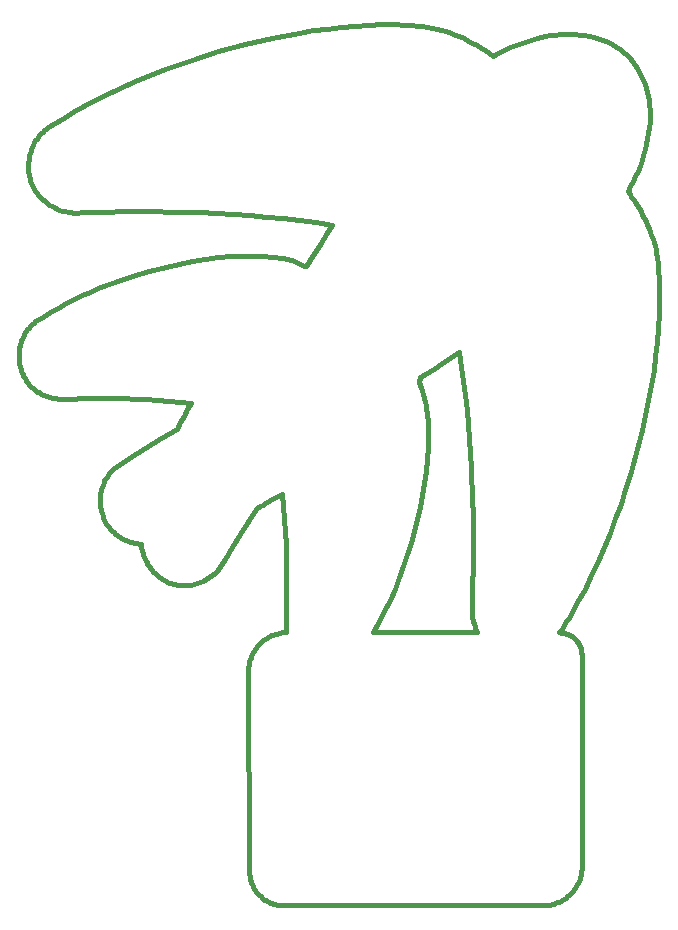
<source format=gm1>
G04 #@! TF.GenerationSoftware,KiCad,Pcbnew,(6.0.10-0)*
G04 #@! TF.CreationDate,2023-09-18T23:16:48+02:00*
G04 #@! TF.ProjectId,SwiftLeeds,53776966-744c-4656-9564-732e6b696361,rev?*
G04 #@! TF.SameCoordinates,Original*
G04 #@! TF.FileFunction,Profile,NP*
%FSLAX46Y46*%
G04 Gerber Fmt 4.6, Leading zero omitted, Abs format (unit mm)*
G04 Created by KiCad (PCBNEW (6.0.10-0)) date 2023-09-18 23:16:48*
%MOMM*%
%LPD*%
G01*
G04 APERTURE LIST*
G04 #@! TA.AperFunction,Profile*
%ADD10C,0.400165*%
G04 #@! TD*
G04 APERTURE END LIST*
D10*
X139025833Y-57456130D02*
X140416877Y-57669523D01*
X165356790Y-43277213D02*
X165087211Y-43035340D01*
X166050840Y-55716400D02*
X165979485Y-55605150D01*
X139980064Y-41056434D02*
X138814507Y-41213060D01*
X121928841Y-83708089D02*
X122048591Y-83814676D01*
X127088322Y-88104936D02*
X127249453Y-88138693D01*
X138086614Y-61157600D02*
X138079572Y-61154418D01*
X135430964Y-92368470D02*
X135284387Y-92427243D01*
X116571146Y-65048161D02*
X115928391Y-65439717D01*
X148127521Y-72013209D02*
X148214290Y-72320184D01*
X125400878Y-87151287D02*
X125520131Y-87264021D01*
X158066621Y-41790629D02*
X157801152Y-41852700D01*
X148107609Y-70419161D02*
X148061502Y-70448852D01*
X166050840Y-55716400D02*
X166050840Y-55716400D01*
X133396301Y-112374593D02*
X133400798Y-112524898D01*
X126620579Y-87957035D02*
X126773703Y-88013861D01*
X115014279Y-54291517D02*
X115098381Y-54468076D01*
X144671642Y-40702036D02*
X144671642Y-40702036D01*
X167259471Y-49408512D02*
X167296877Y-48931254D01*
X124305216Y-85162155D02*
X124342420Y-85322199D01*
X136542034Y-92166330D02*
X136375612Y-92171352D01*
X150059542Y-41278794D02*
X149669225Y-41161623D01*
X150445211Y-41410869D02*
X150059542Y-41278794D01*
X161528279Y-112412175D02*
X161548557Y-112246829D01*
X161548557Y-112246829D02*
X161560717Y-112080075D01*
X134259672Y-114440036D02*
X134361340Y-114536762D01*
X136049658Y-92206070D02*
X135890530Y-92235357D01*
X136551690Y-86705511D02*
X136557509Y-87477871D01*
X118755893Y-56636493D02*
X118755893Y-56636493D01*
X114694519Y-52966230D02*
X114711817Y-53161757D01*
X160999364Y-113791004D02*
X161087549Y-113650853D01*
X158358215Y-115294877D02*
X158524518Y-115282484D01*
X138476434Y-60742780D02*
X138422462Y-60821113D01*
X114164445Y-67304005D02*
X114107539Y-67448604D01*
X133386316Y-94770952D02*
X133358631Y-94930786D01*
X158470796Y-41708189D02*
X158066621Y-41790629D01*
X160447807Y-90921254D02*
X161188806Y-89614587D01*
X167916353Y-60380679D02*
X167863823Y-60067845D01*
X147868310Y-71257256D02*
X147870063Y-71270463D01*
X134090532Y-60284358D02*
X133531605Y-60272946D01*
X133400798Y-112524898D02*
X133412750Y-112673231D01*
X134162695Y-114338585D02*
X134259672Y-114440036D01*
X135734237Y-92272322D02*
X135580981Y-92316762D01*
X117223470Y-64673483D02*
X116571146Y-65048161D01*
X159013828Y-115196938D02*
X159172808Y-115152684D01*
X138280487Y-61009257D02*
X138252789Y-61041620D01*
X135059552Y-115007607D02*
X135188902Y-115066117D01*
X117307345Y-72391428D02*
X117437561Y-72395951D01*
X121132377Y-82642551D02*
X121218803Y-82812302D01*
X124681583Y-72430721D02*
X125634933Y-72486497D01*
X120837534Y-81736629D02*
X120878169Y-81923742D01*
X114614966Y-71001781D02*
X114696570Y-71102900D01*
X114687749Y-52573319D02*
X114686517Y-52769924D01*
X129527169Y-87798774D02*
X129779359Y-87660972D01*
X166697796Y-56803494D02*
X166545538Y-56525990D01*
X128174285Y-73278525D02*
X127863974Y-73822466D01*
X158852602Y-115233399D02*
X159013828Y-115196938D01*
X152240530Y-90384741D02*
X152235113Y-90065482D01*
X146783632Y-85569968D02*
X146451127Y-86545956D01*
X113871002Y-68666368D02*
X113869473Y-68822158D01*
X148028927Y-71709305D02*
X148127521Y-72013209D01*
X122772997Y-72359002D02*
X123727530Y-72388316D01*
X116166114Y-72144148D02*
X116288363Y-72189217D01*
X121928841Y-83708089D02*
X121928841Y-83708089D01*
X146370911Y-40719647D02*
X145946228Y-40707188D01*
X160330497Y-114531963D02*
X160456781Y-114422765D01*
X124495578Y-85790677D02*
X124559872Y-85942130D01*
X160540663Y-41525033D02*
X160123741Y-41528586D01*
X148519619Y-74208723D02*
X148540128Y-74528289D01*
X160560392Y-92420660D02*
X160479590Y-92378363D01*
X113878871Y-68510741D02*
X113871002Y-68666368D01*
X145704798Y-88463865D02*
X145291217Y-89403891D01*
X121820071Y-78390731D02*
X121684759Y-78527954D01*
X161502157Y-93703807D02*
X161481214Y-93612557D01*
X152251281Y-89426393D02*
X152281435Y-88786977D01*
X152487219Y-91660022D02*
X152426326Y-91476106D01*
X124880559Y-61582697D02*
X123438426Y-62012849D01*
X151537282Y-70888700D02*
X151373707Y-69678323D01*
X133577884Y-113378891D02*
X133630697Y-113511537D01*
X162990339Y-41909708D02*
X162593609Y-41793454D01*
X135208282Y-60356178D02*
X135208282Y-60356178D01*
X131335222Y-86001096D02*
X131335222Y-86001096D01*
X121684759Y-78527954D02*
X121558785Y-78672375D01*
X137631213Y-57269689D02*
X139025833Y-57456130D01*
X154992183Y-42878583D02*
X154502681Y-43118105D01*
X135208282Y-60356178D02*
X134649475Y-60311824D01*
X164495210Y-42608685D02*
X164133450Y-42397323D01*
X114394317Y-70679332D02*
X114463687Y-70789933D01*
X167023095Y-50824440D02*
X167121460Y-50355485D01*
X127427701Y-60968481D02*
X126335797Y-61206077D01*
X121218803Y-82812302D02*
X121314361Y-82977056D01*
X120407287Y-56563797D02*
X120682859Y-56556557D01*
X124707227Y-86236498D02*
X124789924Y-86378922D01*
X138120919Y-61154421D02*
X138111482Y-61157478D01*
X135880232Y-115262089D02*
X136026124Y-115280684D01*
X148540128Y-74528289D02*
X148560413Y-75168681D01*
X147868869Y-71249245D02*
X147868310Y-71257256D01*
X113869473Y-68822158D02*
X113874330Y-68977842D01*
X158879670Y-41640003D02*
X158470796Y-41708189D01*
X152220989Y-79180434D02*
X152177370Y-78223649D01*
X134833275Y-56970121D02*
X136233525Y-57108315D01*
X114056600Y-67595526D02*
X114011674Y-67744503D01*
X151202115Y-41716419D02*
X150826109Y-41557020D01*
X164406027Y-82522404D02*
X164845954Y-81300056D01*
X152654794Y-42469926D02*
X152299569Y-42265820D01*
X121202798Y-46657947D02*
X119965458Y-47291121D01*
X148340870Y-78508510D02*
X148201790Y-79535252D01*
X162190826Y-41699072D02*
X161783065Y-41625802D01*
X161795242Y-88465054D02*
X162373194Y-87301536D01*
X161463826Y-112737527D02*
X161499997Y-112575834D01*
X152327490Y-86636119D02*
X152340895Y-85103123D01*
X148201790Y-79535252D02*
X148034714Y-80557586D01*
X114885568Y-51414429D02*
X114830238Y-51602697D01*
X159482918Y-115041261D02*
X159633494Y-114974322D01*
X157015032Y-42073950D02*
X156499414Y-42248244D01*
X152248059Y-90544270D02*
X152240530Y-90384741D01*
X136355158Y-60504135D02*
X136178236Y-60472160D01*
X147797927Y-70987289D02*
X147801132Y-71035157D01*
X123609471Y-84575885D02*
X123765376Y-84609009D01*
X125643877Y-87371527D02*
X125771933Y-87473560D01*
X124252675Y-84837716D02*
X124275240Y-85000578D01*
X114463687Y-70789933D02*
X114537287Y-70897437D01*
X121068671Y-79484689D02*
X120998540Y-79661635D01*
X166773237Y-51751387D02*
X166906647Y-51289868D01*
X117567902Y-72395648D02*
X117567902Y-72395648D01*
X159666002Y-92184186D02*
X159666002Y-92184186D01*
X151573109Y-41888238D02*
X151202115Y-41716419D01*
X149274381Y-41060186D02*
X148875131Y-40975310D01*
X161269138Y-93105361D02*
X161220468Y-93028640D01*
X161560717Y-112080075D02*
X161564645Y-111912191D01*
X113927683Y-69441547D02*
X113958550Y-69594100D01*
X161314195Y-93184510D02*
X161269138Y-93105361D01*
X130622222Y-56675773D02*
X132027116Y-56755736D01*
X161053925Y-92814206D02*
X160991952Y-92748362D01*
X161540536Y-94083707D02*
X161537981Y-93986732D01*
X120783822Y-81357069D02*
X120806082Y-81547569D01*
X125095497Y-56517442D02*
X127159954Y-56547671D01*
X114746224Y-51986536D02*
X114717665Y-52181143D01*
X115409685Y-54967996D02*
X115409685Y-54967996D01*
X135471718Y-80833564D02*
X136164474Y-80432138D01*
X114870948Y-71295210D02*
X114963418Y-71386272D01*
X113885619Y-69133148D02*
X113903388Y-69287806D01*
X148214290Y-72320184D02*
X148289825Y-72629913D01*
X120958599Y-56553539D02*
X123027140Y-56519740D01*
X136233525Y-57108315D02*
X137631213Y-57269689D01*
X137897087Y-61053673D02*
X137719270Y-60962407D01*
X127723505Y-88191895D02*
X127868250Y-88196062D01*
X136164474Y-80432138D02*
X136270759Y-81491294D01*
X145521335Y-40700984D02*
X144671642Y-40702036D01*
X124079806Y-84657923D02*
X124237704Y-84673814D01*
X166994385Y-46064034D02*
X166882261Y-45716594D01*
X163444821Y-84935502D02*
X163939080Y-83734466D01*
X114213107Y-70329593D02*
X114213107Y-70329593D01*
X133338829Y-95093179D02*
X133327111Y-95257929D01*
X147917920Y-71408792D02*
X148028927Y-71709305D01*
X138476434Y-60742780D02*
X138476434Y-60742780D01*
X167459165Y-58540193D02*
X167351774Y-58242822D01*
X117329670Y-56385575D02*
X117560243Y-56460249D01*
X154019483Y-43369127D02*
X153686985Y-43133567D01*
X134867321Y-92643901D02*
X134736526Y-92728885D01*
X151373707Y-69678323D02*
X151194658Y-68474841D01*
X151938967Y-42071647D02*
X151573109Y-41888238D01*
X115260126Y-71638318D02*
X115364955Y-71715073D01*
X147875014Y-71290543D02*
X147884049Y-71319173D01*
X115295727Y-65848443D02*
X115170860Y-65944080D01*
X152347767Y-91192248D02*
X152325494Y-91095852D01*
X115292969Y-50528893D02*
X115194262Y-50696952D01*
X134724935Y-81262127D02*
X134775876Y-81229608D01*
X126929678Y-88063244D02*
X127088322Y-88104936D01*
X167200625Y-49883382D02*
X167259471Y-49408512D01*
X119232604Y-63647807D02*
X118554723Y-63973597D01*
X135340895Y-41833777D02*
X133047771Y-42365522D01*
X124237704Y-84673814D02*
X124237704Y-84673814D01*
X123727530Y-72388316D02*
X124681583Y-72430721D01*
X126587358Y-72555925D02*
X127538635Y-72639287D01*
X115022565Y-51047607D02*
X114949698Y-51229238D01*
X116461908Y-55961366D02*
X116669108Y-56085891D01*
X120878169Y-81923742D02*
X120927980Y-82108398D01*
X133323676Y-95424825D02*
X133396301Y-112374593D01*
X115104107Y-50870018D02*
X115022565Y-51047607D01*
X117103770Y-56298173D02*
X117329670Y-56385575D01*
X165608784Y-43536291D02*
X165356790Y-43277213D01*
X138308734Y-60974481D02*
X138280487Y-61009257D01*
X130865598Y-86724778D02*
X131039669Y-86495060D01*
X165458406Y-54840674D02*
X165679223Y-54417153D01*
X114949698Y-51229238D02*
X114885568Y-51414429D01*
X133514646Y-94308861D02*
X133464525Y-94459785D01*
X162593609Y-41793454D02*
X162190826Y-41699072D01*
X161188806Y-89614587D02*
X161188806Y-89614587D01*
X140416877Y-57669523D02*
X139926614Y-58434598D01*
X152325494Y-91095852D02*
X152305390Y-90998713D01*
X137545210Y-60880042D02*
X137373990Y-60805999D01*
X116071669Y-55676433D02*
X116262501Y-55824821D01*
X120039097Y-72338614D02*
X120451131Y-72334314D01*
X135616988Y-60396105D02*
X135208282Y-60356178D01*
X147875547Y-71239609D02*
X147873374Y-71242098D01*
X134371650Y-93019262D02*
X134259867Y-93127180D01*
X168130527Y-63975307D02*
X168111522Y-62774875D01*
X122610571Y-77819701D02*
X121964728Y-78261217D01*
X159762691Y-92187778D02*
X159666002Y-92184186D01*
X136868240Y-60628023D02*
X136699246Y-60581488D01*
X134775876Y-81229608D02*
X135471718Y-80833564D01*
X161309125Y-113208039D02*
X161368275Y-113053908D01*
X125286301Y-87033574D02*
X125400878Y-87151287D01*
X168083302Y-62175245D02*
X168041780Y-61576226D01*
X161426521Y-93435346D02*
X161393002Y-93349620D01*
X152426326Y-91476106D02*
X152398309Y-91382463D01*
X147899153Y-70592809D02*
X147882770Y-70615569D01*
X126470489Y-87893012D02*
X126620579Y-87957035D01*
X114875201Y-53926411D02*
X114939906Y-54110801D01*
X143890270Y-92136892D02*
X143890270Y-92136892D01*
X114040189Y-69894562D02*
X114091054Y-70041931D01*
X134153342Y-93240320D02*
X134052276Y-93358478D01*
X119965458Y-47291121D02*
X118748186Y-47961610D01*
X153686985Y-43133567D02*
X153348623Y-42904628D01*
X155488079Y-42652483D02*
X154992183Y-42878583D01*
X116262501Y-55824821D02*
X116461908Y-55961366D01*
X137373990Y-60805999D02*
X137204698Y-60739700D01*
X114696570Y-71102900D02*
X114781948Y-71200731D01*
X125176581Y-86911126D02*
X125286301Y-87033574D01*
X148201604Y-70360785D02*
X148107609Y-70419161D01*
X134811242Y-114872742D02*
X134933604Y-114943088D01*
X130775918Y-42984366D02*
X128528058Y-43684097D01*
X114828889Y-66263306D02*
X114725930Y-66379586D01*
X133783856Y-93741005D02*
X133706648Y-93877184D01*
X131196602Y-86253502D02*
X131335222Y-86001096D01*
X160260429Y-91244563D02*
X160447807Y-90921254D01*
X127578447Y-88181413D02*
X127578447Y-88181413D01*
X134610181Y-92819909D02*
X134488488Y-92916770D01*
X122457909Y-46060093D02*
X121202798Y-46657947D01*
X139440462Y-59202217D02*
X138476434Y-60742780D01*
X147796830Y-70942156D02*
X147797927Y-70987289D01*
X133358631Y-94930786D02*
X133338829Y-95093179D01*
X160926942Y-92685531D02*
X160859012Y-92625830D01*
X153004519Y-42683139D02*
X152654794Y-42469926D01*
X145291217Y-89403891D02*
X144850855Y-90330036D01*
X120610255Y-63043074D02*
X119917956Y-63337729D01*
X113996037Y-69745195D02*
X114040189Y-69894562D01*
X159871225Y-91877420D02*
X160068801Y-91563748D01*
X160135263Y-92248666D02*
X160044479Y-92226700D01*
X165087211Y-43035340D02*
X164800025Y-42812041D01*
X123150753Y-84441242D02*
X123301846Y-84492052D01*
X148534555Y-76445588D02*
X148451832Y-77478306D01*
X123454857Y-84536916D02*
X123609471Y-84575885D01*
X121419043Y-83136306D02*
X121532841Y-83289542D01*
X120770763Y-81165637D02*
X120783822Y-81357069D01*
X167311726Y-48451989D02*
X167302897Y-47971098D01*
X167916353Y-60380679D02*
X167916353Y-60380679D01*
X123922259Y-84636338D02*
X124079806Y-84657923D01*
X147801132Y-71035157D02*
X147806531Y-71085878D01*
X141148896Y-40926242D02*
X139980064Y-41056434D01*
X117884837Y-64315392D02*
X117223470Y-64673483D01*
X133047771Y-42365522D02*
X130775918Y-42984366D01*
X136178236Y-60472160D02*
X135996843Y-60443882D01*
X136495422Y-84724683D02*
X136516855Y-85321140D01*
X160311419Y-92305381D02*
X160224282Y-92274932D01*
X114107539Y-67448604D02*
X114056600Y-67595526D01*
X166906647Y-51289868D02*
X167023095Y-50824440D01*
X117047897Y-72368162D02*
X117177406Y-72382143D01*
X167226548Y-47130191D02*
X167166506Y-46772201D01*
X129266077Y-87917780D02*
X129527169Y-87798774D01*
X133531605Y-60272946D02*
X132972846Y-60276754D01*
X135890530Y-92235357D02*
X135734237Y-92272322D01*
X136495422Y-84724683D02*
X136495422Y-84724683D01*
X150826109Y-41557020D02*
X150445211Y-41410869D01*
X161220468Y-93028640D02*
X161168298Y-92954462D01*
X160123741Y-41528586D02*
X159707219Y-41549439D01*
X119306148Y-56613760D02*
X119856541Y-56586700D01*
X128721890Y-88095423D02*
X128997258Y-88016994D01*
X138152258Y-61137066D02*
X138130881Y-61149959D01*
X133412750Y-112673231D02*
X133431972Y-112819409D01*
X138199995Y-61097131D02*
X138175376Y-61119292D01*
X127159954Y-56547671D02*
X129216794Y-56611450D01*
X161518676Y-93796664D02*
X161502157Y-93703807D01*
X148063901Y-40858556D02*
X147641878Y-40807816D01*
X115472494Y-71788092D02*
X115582590Y-71857310D01*
X138079572Y-61154418D02*
X138079572Y-61154418D01*
X115296022Y-54806798D02*
X115409685Y-54967996D01*
X153348623Y-42904628D02*
X153004519Y-42683139D01*
X128528058Y-43684097D02*
X126306913Y-44458502D01*
X123926231Y-76972684D02*
X123265108Y-77391242D01*
X134619079Y-81322885D02*
X134672575Y-81293119D01*
X123265108Y-77391242D02*
X122610571Y-77819701D01*
X114370495Y-66886857D02*
X114295969Y-67022862D01*
X166221783Y-55982321D02*
X166050840Y-55716400D01*
X138094300Y-61159129D02*
X138086614Y-61157600D01*
X167648320Y-59143461D02*
X167558106Y-58840446D01*
X135284387Y-92427243D02*
X135141453Y-92492876D01*
X147088870Y-84583887D02*
X146783632Y-85569968D01*
X135736636Y-115236383D02*
X135880232Y-115262089D01*
X160859012Y-92625830D02*
X160788276Y-92569375D01*
X122301983Y-84008703D02*
X122434999Y-84096244D01*
X133948495Y-81735166D02*
X133948495Y-81735166D01*
X124437784Y-85636706D02*
X124495578Y-85790677D01*
X167351774Y-58242822D02*
X167236212Y-57948457D01*
X152553747Y-91838861D02*
X152487219Y-91660022D01*
X118513660Y-56628118D02*
X118755893Y-56636493D01*
X133421681Y-94613884D02*
X133386316Y-94770952D01*
X114725930Y-66379586D02*
X114628564Y-66500351D01*
X128441148Y-88152074D02*
X128721890Y-88095423D01*
X138814507Y-41213060D02*
X137652567Y-41395344D01*
X133983554Y-114122241D02*
X134070595Y-114232592D01*
X134672575Y-81293119D02*
X134724935Y-81262127D01*
X114268875Y-70449098D02*
X114329329Y-70565700D01*
X133754633Y-113766874D02*
X133825389Y-113889199D01*
X167863823Y-60067845D02*
X167801456Y-59757282D01*
X116045510Y-72094894D02*
X116166114Y-72144148D01*
X147974529Y-70513920D02*
X147954382Y-70532054D01*
X152239798Y-89746011D02*
X152251281Y-89426393D01*
X116918968Y-72349547D02*
X117047897Y-72368162D01*
X164133450Y-42397323D02*
X163761335Y-42210880D01*
X126773703Y-88013861D02*
X126929678Y-88063244D01*
X167302897Y-47971098D02*
X167269273Y-47488959D01*
X167296877Y-48931254D02*
X167311726Y-48451989D01*
X151685090Y-72104685D02*
X151537282Y-70888700D01*
X121442139Y-78823488D02*
X121334813Y-78980784D01*
X124559872Y-85942130D02*
X124630483Y-86090819D01*
X138102599Y-61159068D02*
X138094300Y-61159129D01*
X121655745Y-83436257D02*
X121787748Y-83575942D01*
X155990459Y-42441729D02*
X155488079Y-42652483D01*
X147884049Y-71319173D02*
X147898056Y-71358030D01*
X124386670Y-85480465D02*
X124437784Y-85636706D01*
X152177370Y-78223649D02*
X152177370Y-78223649D01*
X159633494Y-114974322D02*
X159780715Y-114900052D01*
X151194658Y-68474841D02*
X151194658Y-68474841D01*
X125634933Y-72486497D02*
X126587358Y-72555925D01*
X147871111Y-71216352D02*
X147875303Y-71228413D01*
X116790772Y-72326363D02*
X116918968Y-72349547D01*
X114227271Y-67162001D02*
X114164445Y-67304005D01*
X147617056Y-82585238D02*
X147366719Y-83588661D01*
X166006543Y-77578690D02*
X166341317Y-76322594D01*
X157801152Y-41852700D02*
X157537405Y-41920771D01*
X120772282Y-80782013D02*
X120766914Y-80973782D01*
X133825389Y-113889199D02*
X133901757Y-114007715D01*
X136532234Y-91407100D02*
X136542034Y-92166330D01*
X152398309Y-91382463D02*
X152372080Y-91287815D01*
X166060110Y-44100586D02*
X165843217Y-43811205D01*
X161419880Y-112896978D02*
X161463826Y-112737527D01*
X133458281Y-112963247D02*
X133491492Y-113104562D01*
X166981682Y-57369231D02*
X166843269Y-57084616D01*
X154019483Y-43369127D02*
X154019483Y-43369127D01*
X161537981Y-93986732D02*
X161530656Y-93891012D01*
X115170860Y-65944080D02*
X115051401Y-66045283D01*
X147935046Y-70551169D02*
X147916608Y-70571382D01*
X168041780Y-61576226D02*
X167986336Y-60977983D01*
X136532287Y-90631360D02*
X136532234Y-91407100D01*
X136557509Y-87477871D02*
X136547247Y-89053264D01*
X120843778Y-80212295D02*
X120810705Y-80400761D01*
X123001889Y-84384436D02*
X123150753Y-84441242D01*
X115194262Y-50696952D02*
X115104107Y-50870018D01*
X129632262Y-60572526D02*
X128526926Y-60755073D01*
X120863375Y-72338521D02*
X120863375Y-72338521D01*
X152177370Y-78223649D02*
X152112792Y-76998944D01*
X128997258Y-88016994D02*
X129266077Y-87917780D01*
X134344426Y-81463850D02*
X134564730Y-81351725D01*
X116669108Y-56085891D02*
X116883322Y-56198219D01*
X120927980Y-82108398D02*
X120986957Y-82290091D01*
X160802192Y-114058459D02*
X160904207Y-113926966D01*
X119917956Y-63337729D02*
X119232604Y-63647807D01*
X114774546Y-53548538D02*
X114820102Y-53738829D01*
X138130881Y-61149959D02*
X138120919Y-61154421D01*
X125771933Y-87473560D02*
X125904118Y-87569875D01*
X148560413Y-75168681D02*
X148556983Y-75808630D01*
X114148678Y-70187031D02*
X114213107Y-70329593D01*
X166623983Y-52208619D02*
X166773237Y-51751387D01*
X161540536Y-94083707D02*
X161540536Y-94083707D01*
X159292170Y-41586832D02*
X158879670Y-41640003D01*
X147839762Y-81574563D02*
X147617056Y-82585238D01*
X168103744Y-65176205D02*
X168130527Y-63975307D01*
X148289825Y-72629913D02*
X148354716Y-72942078D01*
X136375612Y-92171352D02*
X136211419Y-92184667D01*
X125012263Y-44962366D02*
X123728496Y-45495565D01*
X134083648Y-81619298D02*
X134133002Y-81585244D01*
X135321469Y-115118433D02*
X135457070Y-115164372D01*
X139926614Y-58434598D02*
X139440462Y-59202217D01*
X167112755Y-57657219D02*
X166981682Y-57369231D01*
X151932233Y-74548327D02*
X151816838Y-73324990D01*
X116061314Y-49652675D02*
X115912601Y-49780570D01*
X133630697Y-113511537D02*
X133689674Y-113640926D01*
X167121460Y-50355485D02*
X167200625Y-49883382D01*
X142320663Y-40823261D02*
X141148896Y-40926242D01*
X166441366Y-44717276D02*
X166259485Y-44403066D01*
X147954382Y-70532054D02*
X147935046Y-70551169D01*
X127256839Y-74917962D02*
X125928031Y-75744861D01*
X136516855Y-85321140D02*
X136526851Y-85640648D01*
X152289728Y-81089756D02*
X152258979Y-80137687D01*
X161242545Y-113359092D02*
X161309125Y-113208039D01*
X133635909Y-94017356D02*
X133571841Y-94161317D01*
X159666002Y-92184186D02*
X159666002Y-92184186D01*
X148454920Y-73572439D02*
X148491413Y-73890000D01*
X166341317Y-76322594D02*
X166650535Y-75059910D01*
X156499414Y-42248244D02*
X155990459Y-42441729D01*
X136533670Y-85951013D02*
X136551690Y-86705511D01*
X165458406Y-54840674D02*
X165458406Y-54840674D01*
X134133002Y-81585244D02*
X134184039Y-81552974D01*
X160068801Y-91563748D02*
X160260429Y-91244563D01*
X135595521Y-115203750D02*
X135736636Y-115236383D01*
X158689406Y-115261953D02*
X158852602Y-115233399D01*
X120886102Y-80025946D02*
X120843778Y-80212295D01*
X133706648Y-93877184D02*
X133635909Y-94017356D01*
X164800025Y-42812041D02*
X164495210Y-42608685D01*
X167729529Y-59449113D02*
X167648320Y-59143461D01*
X118272198Y-56606129D02*
X118513660Y-56628118D01*
X130742501Y-60427509D02*
X129632262Y-60572526D01*
X152299158Y-88147760D02*
X152327490Y-86636119D01*
X128488543Y-72736863D02*
X128488543Y-72736863D01*
X132027116Y-56755736D02*
X133430969Y-56853224D01*
X116883322Y-56198219D02*
X117103770Y-56298173D01*
X120863375Y-72338521D02*
X121818204Y-72342498D01*
X122712105Y-84252634D02*
X122855569Y-84321583D01*
X113903388Y-69287806D02*
X113927683Y-69441547D01*
X161455964Y-93523031D02*
X161426521Y-93435346D01*
X134649475Y-60311824D02*
X134090532Y-60284358D01*
X166843269Y-57084616D02*
X166697796Y-56803494D01*
X133956872Y-93481447D02*
X133867331Y-93609025D01*
X147882770Y-70615569D02*
X147867543Y-70639777D01*
X122434999Y-84096244D02*
X122571810Y-84177538D01*
X167801456Y-59757282D02*
X167729529Y-59449113D01*
X115926704Y-72041520D02*
X116045510Y-72094894D01*
X133430969Y-56853224D02*
X134833275Y-56970121D01*
X117567902Y-72395648D02*
X117979950Y-72395589D01*
X134184039Y-81552974D02*
X134236477Y-81522185D01*
X113893032Y-68355546D02*
X113878871Y-68510741D01*
X134736526Y-92728885D02*
X134610181Y-92819909D01*
X115158159Y-71557890D02*
X115260126Y-71638318D01*
X160479590Y-92378363D02*
X160396561Y-92339897D01*
X167798147Y-68768517D02*
X167932606Y-67574128D01*
X136361943Y-82564595D02*
X136437129Y-83644803D01*
X162922956Y-86124772D02*
X163444821Y-84935502D01*
X148061502Y-70448852D02*
X148016912Y-70480126D01*
X167089126Y-46416359D02*
X166994385Y-46064034D01*
X162373194Y-87301536D02*
X162922956Y-86124772D01*
X160991952Y-92748362D02*
X160926942Y-92685531D01*
X123765376Y-84609009D02*
X123922259Y-84636338D01*
X167236212Y-57948457D02*
X167112755Y-57657219D01*
X136324062Y-115295804D02*
X158190774Y-115299016D01*
X152030982Y-75773407D02*
X151932233Y-74548327D01*
X120810705Y-80400761D02*
X120786876Y-80590836D01*
X134361340Y-114536762D02*
X134467515Y-114628579D01*
X166259485Y-44403066D02*
X166060110Y-44100586D01*
X147870063Y-71270463D02*
X147875014Y-71290543D01*
X132972846Y-60276754D02*
X132414404Y-60294949D01*
X115809847Y-71984088D02*
X115926704Y-72041520D01*
X133531421Y-113243172D02*
X133577884Y-113378891D01*
X137036420Y-60680567D02*
X136868240Y-60628023D01*
X158524518Y-115282484D02*
X158689406Y-115261953D01*
X114738472Y-53356020D02*
X114774546Y-53548538D01*
X138079572Y-61154418D02*
X137897087Y-61053673D01*
X125928031Y-75744861D02*
X124591832Y-76560872D01*
X120682859Y-56556557D02*
X120958599Y-56553539D01*
X133867331Y-93609025D02*
X133783856Y-93741005D01*
X135002364Y-92565163D02*
X134867321Y-92643901D01*
X159329263Y-115100754D02*
X159482918Y-115041261D01*
X127863974Y-73822466D02*
X127558022Y-74368880D01*
X159666002Y-92184186D02*
X159666002Y-92184186D01*
X114937395Y-66151782D02*
X114828889Y-66263306D01*
X120786876Y-80590836D02*
X120772282Y-80782013D01*
X134070595Y-114232592D02*
X134162695Y-114338585D01*
X147875303Y-71228413D02*
X147876486Y-71235607D01*
X168111522Y-62774875D02*
X168083302Y-62175245D01*
X160396561Y-92339897D02*
X160311419Y-92305381D01*
X163761335Y-42210880D02*
X163379939Y-42048596D01*
X133464525Y-94459785D02*
X133421681Y-94613884D01*
X136324062Y-115295804D02*
X136324062Y-115295804D01*
X136699246Y-60581488D02*
X136528524Y-60540385D01*
X148471598Y-40907824D02*
X148063901Y-40858556D01*
X117560243Y-56460249D02*
X117794709Y-56522018D01*
X133491492Y-113104562D02*
X133531421Y-113243172D01*
X152112792Y-76998944D02*
X152030982Y-75773407D01*
X124275240Y-85000578D02*
X124305216Y-85162155D01*
X115364955Y-71715073D02*
X115472494Y-71788092D01*
X166386775Y-56252225D02*
X166221783Y-55982321D01*
X152699659Y-92178495D02*
X152624897Y-92011919D01*
X124342420Y-85322199D02*
X124386670Y-85480465D01*
X128156209Y-88185951D02*
X128441148Y-88152074D01*
X121818204Y-72342498D02*
X122772997Y-72359002D01*
X121055092Y-82468311D02*
X121132377Y-82642551D01*
X165609871Y-55057295D02*
X165458406Y-54840674D01*
X134259867Y-93127180D02*
X134153342Y-93240320D01*
X115695092Y-71922663D02*
X115809847Y-71984088D01*
X149669225Y-41161623D02*
X149274381Y-41060186D01*
X116412105Y-72230037D02*
X116537189Y-72266544D01*
X113913440Y-68201055D02*
X113893032Y-68355546D01*
X120958599Y-56553539D02*
X120958599Y-56553539D01*
X134488488Y-92916770D02*
X134371650Y-93019262D01*
X161355521Y-93265969D02*
X161314195Y-93184510D01*
X147917920Y-71408792D02*
X147917920Y-71408792D01*
X158066621Y-41790629D02*
X158066621Y-41790629D01*
X129216794Y-56611450D02*
X129216794Y-56611450D01*
X147800613Y-70859632D02*
X147797754Y-70899643D01*
X131335222Y-86001096D02*
X131976851Y-84934802D01*
X147366719Y-83588661D02*
X147088870Y-84583887D01*
X115718847Y-55344838D02*
X115890190Y-55516380D01*
X167193471Y-72517741D02*
X167637693Y-69958101D01*
X122013593Y-62498865D02*
X121308975Y-62763550D01*
X123728496Y-45495565D02*
X122457909Y-46060093D01*
X161783065Y-41625802D02*
X161371400Y-41572879D01*
X115400165Y-50366323D02*
X115292969Y-50528893D01*
X121964728Y-78261217D02*
X121820071Y-78390731D01*
X114830238Y-51602697D02*
X114783770Y-51793560D01*
X115515788Y-50209723D02*
X115400165Y-50366323D01*
X125071900Y-86784191D02*
X125176581Y-86911126D01*
X127249453Y-88138693D02*
X127412889Y-88164267D01*
X165979485Y-55605150D02*
X165907104Y-55494560D01*
X117437561Y-72395951D02*
X117567902Y-72395648D01*
X161188806Y-89614587D02*
X161795242Y-88465054D01*
X167166506Y-46772201D02*
X167089126Y-46416359D01*
X116218143Y-49533163D02*
X116061314Y-49652675D01*
X148034714Y-80557586D02*
X147839762Y-81574563D01*
X129216794Y-56611450D02*
X130622222Y-56675773D01*
X122173076Y-83914863D02*
X122301983Y-84008703D01*
X114450800Y-66754256D02*
X114370495Y-66886857D01*
X120986957Y-82290091D02*
X121055092Y-82468311D01*
X134564730Y-81351725D02*
X134619079Y-81322885D01*
X117794709Y-56522018D02*
X118032287Y-56570703D01*
X161087549Y-113650853D02*
X161168648Y-113506789D01*
X160956907Y-41539544D02*
X160540663Y-41525033D01*
X160788276Y-92569375D02*
X160714851Y-92516283D01*
X116537189Y-72266544D02*
X116663462Y-72298674D01*
X165890910Y-53987063D02*
X166092349Y-53550785D01*
X134290033Y-81492578D02*
X134344426Y-81463850D01*
X134775876Y-81229608D02*
X134775876Y-81229608D01*
X132414404Y-60294949D02*
X131856432Y-60326695D01*
X117177406Y-72382143D02*
X117307345Y-72391428D01*
X134052276Y-93358478D02*
X133956872Y-93481447D01*
X149022034Y-69847254D02*
X148293367Y-70297510D01*
X136174129Y-115291983D02*
X136324062Y-115295804D01*
X147797754Y-70899643D02*
X147796830Y-70942156D01*
X147853560Y-70665551D02*
X147840906Y-70693008D01*
X166605774Y-45041846D02*
X166441366Y-44717276D01*
X148409551Y-73256359D02*
X148454920Y-73572439D01*
X161564645Y-111912191D02*
X161564645Y-111912191D01*
X120766914Y-80973782D02*
X120770763Y-81165637D01*
X133948495Y-81735166D02*
X133991112Y-81693958D01*
X121964728Y-78261217D02*
X121964728Y-78261217D01*
X166092349Y-53550785D02*
X166282420Y-53108698D01*
X115558418Y-55161984D02*
X115718847Y-55344838D01*
X144383832Y-91241352D02*
X143890270Y-92136892D01*
X163379939Y-42048596D02*
X162990339Y-41909708D01*
X152305390Y-90998713D02*
X152287581Y-90900920D01*
X147898056Y-71358030D02*
X147917920Y-71408792D01*
X134236477Y-81522185D02*
X134290033Y-81492578D01*
X123301846Y-84492052D02*
X123454857Y-84536916D01*
X124878390Y-86517842D02*
X125071900Y-86784191D01*
X133991112Y-81693958D02*
X134036257Y-81655435D01*
X152299569Y-42265820D02*
X151938967Y-42071647D01*
X115059206Y-71473853D02*
X115158159Y-71557890D01*
X143890270Y-92136892D02*
X152699659Y-92178495D01*
X115051401Y-66045283D02*
X114937395Y-66151782D01*
X147806531Y-71085878D02*
X147850157Y-71170915D01*
X136542034Y-92166330D02*
X136542034Y-92166330D01*
X121148088Y-79311893D02*
X121068671Y-79484689D01*
X160456781Y-114422765D02*
X160578046Y-114306928D01*
X148354716Y-72942078D02*
X148409551Y-73256359D01*
X135457070Y-115164372D02*
X135595521Y-115203750D01*
X136211419Y-92184667D02*
X136049658Y-92206070D01*
X135141453Y-92492876D02*
X135002364Y-92565163D01*
X121236799Y-79143755D02*
X121148088Y-79311893D01*
X124591832Y-76560872D02*
X123926231Y-76972684D01*
X118554723Y-63973597D02*
X117884837Y-64315392D01*
X160044479Y-92226700D02*
X159952045Y-92209152D01*
X160063981Y-114729978D02*
X160199471Y-114634406D01*
X147850157Y-71170915D02*
X147863025Y-71197745D01*
X137719270Y-60962407D02*
X137545210Y-60880042D01*
X152336547Y-83563251D02*
X152311624Y-82030988D01*
X120451131Y-72334314D02*
X120863375Y-72338521D01*
X161112745Y-92882945D02*
X161053925Y-92814206D01*
X124789924Y-86378922D02*
X124878390Y-86517842D01*
X133901757Y-114007715D02*
X133983554Y-114122241D01*
X121334813Y-78980784D02*
X121236799Y-79143755D01*
X161371400Y-41572879D02*
X160956907Y-41539544D01*
X146091475Y-87510904D02*
X145704798Y-88463865D01*
X115912601Y-49780570D02*
X115772068Y-49916364D01*
X135580981Y-92316762D02*
X135430964Y-92368470D01*
X167558106Y-58840446D02*
X167459165Y-58540193D01*
X147873374Y-71242098D02*
X147870852Y-71244751D01*
X113874330Y-68977842D02*
X113885619Y-69133148D01*
X159924303Y-114818565D02*
X160063981Y-114729978D01*
X134933604Y-114943088D02*
X135059552Y-115007607D01*
X160693433Y-114185206D02*
X160802192Y-114058459D01*
X167986336Y-60977983D02*
X167916353Y-60380679D01*
X127256839Y-74917962D02*
X127256839Y-74917962D01*
X160638851Y-92466673D02*
X160560392Y-92420660D01*
X114686517Y-52769924D02*
X114694519Y-52966230D01*
X152259351Y-90703721D02*
X152248059Y-90544270D01*
X114939906Y-54110801D02*
X115014279Y-54291517D01*
X131039669Y-86495060D02*
X131196602Y-86253502D01*
X136547247Y-89053264D02*
X136532287Y-90631360D01*
X152311624Y-82030988D02*
X152311624Y-82030988D01*
X166650535Y-75059910D02*
X167193471Y-72517741D01*
X136164474Y-80432138D02*
X136164474Y-80432138D01*
X123027140Y-56519740D02*
X125095497Y-56517442D01*
X140416877Y-57669523D02*
X140416877Y-57669523D01*
X148016912Y-70480126D02*
X147974529Y-70513920D01*
X133327111Y-95257929D02*
X133323678Y-95424829D01*
X113972807Y-67895263D02*
X113940047Y-68047537D01*
X147218917Y-40768635D02*
X146795201Y-40739688D01*
X114091054Y-70041931D02*
X114148678Y-70187031D01*
X147840906Y-70693008D02*
X147829669Y-70722265D01*
X148248110Y-70330228D02*
X148201604Y-70360785D01*
X164495210Y-42608685D02*
X164495210Y-42608685D01*
X136533670Y-85951013D02*
X136533670Y-85951013D01*
X168036121Y-66376251D02*
X168103744Y-65176205D01*
X130252326Y-87332948D02*
X130470750Y-87144716D01*
X117553277Y-48671410D02*
X116383028Y-49422514D01*
X115890190Y-55516380D02*
X116071669Y-55676433D01*
X121308975Y-62763550D02*
X120610255Y-63043074D01*
X167637693Y-69958101D02*
X167637693Y-69958101D01*
X147867543Y-70639777D02*
X147853560Y-70665551D01*
X126306913Y-44458502D02*
X126306913Y-44458502D01*
X118391844Y-72388240D02*
X119215415Y-72362208D01*
X123438426Y-62012849D02*
X122013593Y-62498865D01*
X165843217Y-43811205D02*
X165608784Y-43536291D01*
X143495025Y-40748267D02*
X142320663Y-40823261D01*
X119215415Y-72362208D02*
X120039097Y-72338614D01*
X136528524Y-60540385D02*
X136355158Y-60504135D01*
X114011674Y-67744503D02*
X113972807Y-67895263D01*
X161499997Y-112575834D02*
X161528279Y-112412175D01*
X133431972Y-112819409D02*
X133458281Y-112963247D01*
X116383028Y-49422514D02*
X116218143Y-49533163D01*
X121314361Y-82977056D02*
X121419043Y-83136306D01*
X159780715Y-114900052D02*
X159924303Y-114818565D01*
X115772068Y-49916364D02*
X115639777Y-50059576D01*
X116383028Y-49422514D02*
X116383028Y-49422514D01*
X148875131Y-40975310D02*
X148471598Y-40907824D01*
X159952045Y-92209152D02*
X159858077Y-92196139D01*
X138365927Y-60899663D02*
X138308734Y-60974481D01*
X146451127Y-86545956D02*
X146091475Y-87510904D01*
X113940047Y-68047537D02*
X113913440Y-68201055D01*
X133323678Y-95424829D02*
X133323678Y-95424829D01*
X115582590Y-71857310D02*
X115695092Y-71922663D01*
X114537287Y-70897437D02*
X114614966Y-71001781D01*
X116288363Y-72189217D02*
X116412105Y-72230037D01*
X158190774Y-115299016D02*
X158190774Y-115299016D01*
X114628564Y-66500351D02*
X114536839Y-66625331D01*
X148491413Y-73890000D02*
X148519619Y-74208723D01*
X138422462Y-60821113D02*
X138365927Y-60899663D01*
X151194658Y-68474841D02*
X149748205Y-69392875D01*
X147876486Y-71235607D02*
X147875547Y-71239609D01*
X134692650Y-114796752D02*
X134811242Y-114872742D01*
X146795201Y-40739688D02*
X146370911Y-40719647D01*
X118032287Y-56570703D02*
X118272198Y-56606129D01*
X164845954Y-81300056D02*
X165259154Y-80068160D01*
X117979950Y-72395589D02*
X118391844Y-72388240D01*
X136526851Y-85640648D02*
X136533670Y-85951013D01*
X127412889Y-88164267D02*
X127578447Y-88181413D01*
X147916608Y-70571382D02*
X147899153Y-70592809D01*
X151816838Y-73324990D02*
X151685090Y-72104685D01*
X152311624Y-82030988D02*
X152289728Y-81089756D01*
X160199471Y-114634406D02*
X160330497Y-114531963D01*
X137652567Y-41395344D02*
X135340895Y-41833777D01*
X167269273Y-47488959D02*
X167269273Y-47488959D01*
X126306913Y-44458502D02*
X125012263Y-44962366D01*
X138225879Y-61071075D02*
X138199995Y-61097131D01*
X127868250Y-88196062D02*
X128156209Y-88185951D01*
X126335797Y-61206077D02*
X126335797Y-61206077D01*
X129779359Y-87660972D02*
X130021470Y-87505365D01*
X136270759Y-81491294D02*
X136361943Y-82564595D01*
X114698152Y-52376898D02*
X114687749Y-52573319D01*
X152293501Y-88467311D02*
X152299158Y-88147760D01*
X161530656Y-93891012D02*
X161518676Y-93796664D01*
X144671642Y-40702036D02*
X143495025Y-40748267D01*
X147829669Y-70722265D02*
X147819935Y-70753439D01*
X138175376Y-61119292D02*
X138152258Y-61137066D01*
X124237704Y-84673814D02*
X124252675Y-84837716D01*
X121787748Y-83575942D02*
X121928841Y-83708089D01*
X114295969Y-67022862D02*
X114227271Y-67162001D01*
X133396301Y-112374593D02*
X133396301Y-112374593D01*
X167932606Y-67574128D02*
X168036121Y-66376251D01*
X159858077Y-92196139D02*
X159762691Y-92187778D01*
X127578447Y-88181413D02*
X127723505Y-88191895D01*
X114329329Y-70565700D02*
X114394317Y-70679332D01*
X165645919Y-78827458D02*
X166006543Y-77578690D01*
X152624897Y-92011919D02*
X152553747Y-91838861D01*
X161168298Y-92954462D02*
X161112745Y-92882945D01*
X160714851Y-92516283D02*
X160638851Y-92466673D01*
X166545538Y-56525990D02*
X166386775Y-56252225D01*
X148534555Y-76445588D02*
X148534555Y-76445588D01*
X145946228Y-40707188D02*
X145521335Y-40700984D01*
X130470750Y-87144716D02*
X130675566Y-86941661D01*
X154502681Y-43118105D02*
X154019483Y-43369127D01*
X166882261Y-45716594D02*
X166752731Y-45375408D01*
X124630483Y-86090819D02*
X124707227Y-86236498D01*
X126323616Y-87822038D02*
X126470489Y-87893012D01*
X115639777Y-50059576D02*
X115515788Y-50209723D01*
X157537405Y-41920771D02*
X157275369Y-41994601D01*
X166460004Y-52661183D02*
X166623983Y-52208619D01*
X159666002Y-92184186D02*
X159871225Y-91877420D01*
X116663462Y-72298674D02*
X116790772Y-72326363D01*
X131976851Y-84934802D02*
X132628771Y-83870540D01*
X136026124Y-115280684D02*
X136174129Y-115291983D01*
X138111482Y-61157478D02*
X138102599Y-61159068D01*
X135188902Y-115066117D02*
X135321469Y-115118433D01*
X161393002Y-93349620D02*
X161355521Y-93265969D01*
X152287581Y-90900920D02*
X152272192Y-90802560D01*
X133571841Y-94161317D02*
X133514646Y-94308861D01*
X166752731Y-45375408D02*
X166605774Y-45041846D01*
X161368275Y-113053908D02*
X161419880Y-112896978D01*
X125904118Y-87569875D02*
X126040248Y-87660223D01*
X147863025Y-71197745D02*
X147871111Y-71216352D01*
X121558785Y-78672375D02*
X121442139Y-78823488D01*
X134467515Y-114628579D02*
X134578013Y-114715304D01*
X165679223Y-54417153D02*
X165890910Y-53987063D01*
X128526926Y-60755073D02*
X127427701Y-60968481D01*
X152372080Y-91287815D02*
X152347767Y-91192248D01*
X130021470Y-87505365D02*
X130252326Y-87332948D01*
X163939080Y-83734466D02*
X164406027Y-82522404D01*
X133323678Y-95424829D02*
X133323676Y-95424825D01*
X133689674Y-113640926D02*
X133754633Y-113766874D01*
X147811790Y-70786647D02*
X147805320Y-70822005D01*
X152235113Y-90065482D02*
X152239798Y-89746011D01*
X159707219Y-41549439D02*
X159292170Y-41586832D01*
X114717665Y-52181143D02*
X114698152Y-52376898D01*
X161168648Y-113506789D02*
X161242545Y-113359092D01*
X148451832Y-77478306D02*
X148340870Y-78508510D01*
X136437129Y-83644803D02*
X136495422Y-84724683D01*
X160224282Y-92274932D02*
X160135263Y-92248666D01*
X126335797Y-61206077D02*
X124880559Y-61582697D01*
X114781948Y-71200731D02*
X114870948Y-71295210D01*
X115192274Y-54639998D02*
X115296022Y-54806798D01*
X132628771Y-83870540D02*
X133948495Y-81735166D01*
X152272192Y-90802560D02*
X152259351Y-90703721D01*
X127538635Y-72639287D02*
X128488543Y-72736863D01*
X147805320Y-70822005D02*
X147800613Y-70859632D01*
X144850855Y-90330036D02*
X144383832Y-91241352D01*
X122048591Y-83814676D02*
X122173076Y-83914863D01*
X135996843Y-60443882D02*
X135616988Y-60396105D01*
X159172808Y-115152684D02*
X159329263Y-115100754D01*
X115409685Y-54967996D02*
X115558418Y-55161984D01*
X131856432Y-60326695D02*
X130742501Y-60427509D01*
X128488543Y-72736863D02*
X128174285Y-73278525D01*
X160904207Y-113926966D02*
X160999364Y-113791004D01*
X119856541Y-56586700D02*
X120407287Y-56563797D01*
X122855569Y-84321583D02*
X123001889Y-84384436D01*
X167269273Y-47488959D02*
X167226548Y-47130191D01*
X152258979Y-80137687D02*
X152220989Y-79180434D01*
X149748205Y-69392875D02*
X149022034Y-69847254D01*
X147819935Y-70753439D02*
X147811790Y-70786647D01*
X147870852Y-71244751D02*
X147868869Y-71249245D01*
X113958550Y-69594100D02*
X113996037Y-69745195D01*
X122571810Y-84177538D02*
X122712105Y-84252634D01*
X165907104Y-55494560D02*
X165759776Y-55275058D01*
X134578013Y-114715304D02*
X134692650Y-114796752D01*
X120937686Y-79842224D02*
X120886102Y-80025946D01*
X114213107Y-70329593D02*
X114268875Y-70449098D01*
X126180141Y-87744360D02*
X126323616Y-87822038D01*
X166282420Y-53108698D02*
X166460004Y-52661183D01*
X115295727Y-65848443D02*
X115295727Y-65848443D01*
X114536839Y-66625331D02*
X114450800Y-66754256D01*
X134036257Y-81655435D02*
X134083648Y-81619298D01*
X120998540Y-79661635D02*
X120937686Y-79842224D01*
X130675566Y-86941661D02*
X130865598Y-86724778D01*
X148293367Y-70297510D02*
X148248110Y-70330228D01*
X158190774Y-115299016D02*
X158358215Y-115294877D01*
X127558022Y-74368880D02*
X127256839Y-74917962D01*
X121532841Y-83289542D02*
X121655745Y-83436257D01*
X160578046Y-114306928D02*
X160693433Y-114185206D01*
X165759776Y-55275058D02*
X165609871Y-55057295D01*
X114783770Y-51793560D02*
X114746224Y-51986536D01*
X137204698Y-60739700D02*
X137036420Y-60680567D01*
X147641878Y-40807816D02*
X147218917Y-40768635D01*
X114711817Y-53161757D02*
X114738472Y-53356020D01*
X148293367Y-70297510D02*
X148293367Y-70297510D01*
X160578046Y-114306928D02*
X160578046Y-114306928D01*
X147806531Y-71085878D02*
X147806531Y-71085878D01*
X148063901Y-40858556D02*
X148063901Y-40858556D01*
X118755893Y-56636493D02*
X119306148Y-56613760D01*
X161481214Y-93612557D02*
X161455964Y-93523031D01*
X152259351Y-90703721D02*
X152259351Y-90703721D01*
X126040248Y-87660223D02*
X126180141Y-87744360D01*
X115928391Y-65439717D02*
X115295727Y-65848443D01*
X120806082Y-81547569D02*
X120837534Y-81736629D01*
X114963418Y-71386272D02*
X115059206Y-71473853D01*
X152299158Y-88147760D02*
X152299158Y-88147760D01*
X148556983Y-75808630D02*
X148534555Y-76445588D01*
X152340895Y-85103123D02*
X152336547Y-83563251D01*
X114820102Y-53738829D02*
X114875201Y-53926411D01*
X152281435Y-88786977D02*
X152293501Y-88467311D01*
X165259154Y-80068160D02*
X165645919Y-78827458D01*
X118748186Y-47961610D02*
X117553277Y-48671410D01*
X138252789Y-61041620D02*
X138225879Y-61071075D01*
X157275369Y-41994601D02*
X157015032Y-42073950D01*
X115098381Y-54468076D02*
X115192274Y-54639998D01*
X161564645Y-111912191D02*
X161540536Y-94083707D01*
X125520131Y-87264021D02*
X125643877Y-87371527D01*
X167637693Y-69958101D02*
X167798147Y-68768517D01*
M02*

</source>
